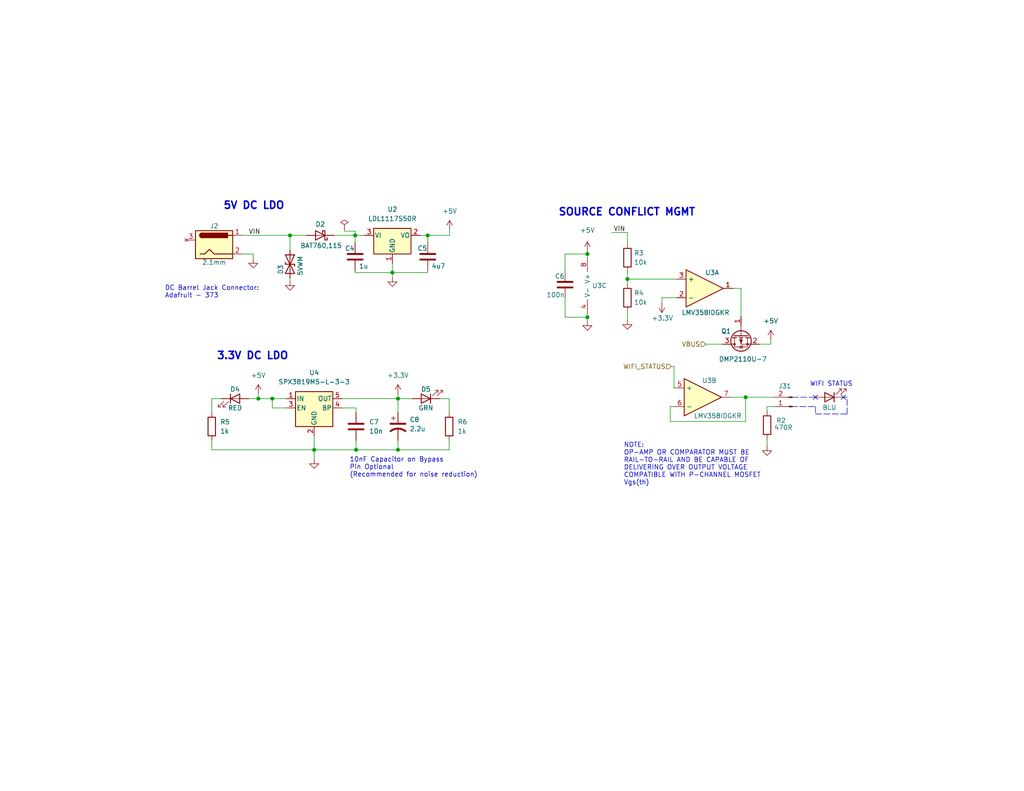
<source format=kicad_sch>
(kicad_sch (version 20211123) (generator eeschema)
  (paper "USLetter")
  (title_block (title "Power Supply - 5V and 3V3 LDOs") (date "2022-11-09") (rev "1.1"))
  (lib_symbols
    (symbol "Connector:Conn_01x02_Male" (pin_names (offset 1.016) hide)
      (property "Reference" "J" (at 0 2.54 0))
      (property "Value" "Conn_01x02_Male" (at 0 -5.08 0))
      (symbol "Conn_01x02_Male_1_1"
        (polyline (pts (xy 1.27 -2.54) (xy 0.8636 -2.54)) (stroke (width 0.1524)))
        (polyline (pts (xy 1.27 0) (xy 0.8636 0)) (stroke (width 0.1524)))
        (rectangle (start 0.8636 -2.413) (end 0 -2.667) (stroke (width 0.1524)) (fill (type outline)))
        (rectangle (start 0.8636 0.127) (end 0 -0.127) (stroke (width 0.1524)) (fill (type outline)))
        (pin passive line (at 5.08 0 180) (length 3.81) (name "Pin_1") (number "1"))
        (pin passive line (at 5.08 -2.54 180) (length 3.81) (name "Pin_2") (number "2"))
      )
    )
    (symbol "Connector:Jack-DC" (pin_names (offset 1.016))
      (property "Reference" "J2" (at 0 5.08 0))
      (property "Value" "2.1mm" (at 0 -4.826 0))
      (symbol "Jack-DC_0_1"
        (rectangle (start -5.08 3.81) (end 5.08 -3.81) (stroke (width 0.254)) (fill (type background)))
        (arc (start -3.302 3.175) (mid -3.937 2.54) (end -3.302 1.905) (stroke (width 0.254)))
        (arc (start -3.302 3.175) (mid -3.937 2.54) (end -3.302 1.905) (stroke (width 0.254)) (fill (type outline)))
        (polyline (pts (xy 5.08 2.54) (xy 3.81 2.54)) (stroke (width 0.254)))
        (polyline (pts (xy -3.81 -2.54) (xy -2.54 -2.54) (xy -1.27 -1.27) (xy 0 -2.54) (xy 2.54 -2.54) (xy 5.08 -2.54)) (stroke (width 0.254)))
        (rectangle (start 3.683 3.175) (end -3.302 1.905) (stroke (width 0.254)) (fill (type outline)))
      )
      (symbol "Jack-DC_1_1"
        (pin passive line (at 7.62 2.54 180) (length 2.54) (name "~") (number "1"))
        (pin passive line (at 7.62 -2.54 180) (length 2.54) (name "~") (number "2"))
        (pin no_connect line (at -7.62 1.27 0) (length 2.54) (name "~") (number "3"))
      )
    )
    (symbol "Device:C" (pin_numbers hide) (pin_names (offset 0.254))
      (property "Reference" "C" (at 0.635 2.54 0))
      (property "Value" "C" (at 0.635 -2.54 0))
      (symbol "C_0_1"
        (polyline (pts (xy -2.032 -0.762) (xy 2.032 -0.762)) (stroke (width 0.508)))
        (polyline (pts (xy -2.032 0.762) (xy 2.032 0.762)) (stroke (width 0.508)))
      )
      (symbol "C_1_1"
        (pin passive line (at 0 3.81 270) (length 2.794) (name "~") (number "1"))
        (pin passive line (at 0 -3.81 90) (length 2.794) (name "~") (number "2"))
      )
    )
    (symbol "Device:C_Polarized_US" (pin_numbers hide) (pin_names (offset 0.254) hide)
      (property "Reference" "C" (at 0.635 2.54 0))
      (property "Value" "C_Polarized_US" (at 0.635 -2.54 0))
      (symbol "C_Polarized_US_0_1"
        (polyline (pts (xy -2.032 0.762) (xy 2.032 0.762)) (stroke (width 0.508)))
        (polyline (pts (xy -1.778 2.286) (xy -0.762 2.286)))
        (polyline (pts (xy -1.27 1.778) (xy -1.27 2.794)))
        (arc (start 2.032 -1.27) (mid 0 -0.5572) (end -2.032 -1.27) (stroke (width 0.508)))
      )
      (symbol "C_Polarized_US_1_1"
        (pin passive line (at 0 3.81 270) (length 2.794) (name "~") (number "1"))
        (pin passive line (at 0 -3.81 90) (length 3.302) (name "~") (number "2"))
      )
    )
    (symbol "Device:D_Schottky" (pin_numbers hide) (pin_names (offset 1.016) hide)
      (property "Reference" "D" (at 0 2.54 0))
      (property "Value" "D_Schottky" (at 0 -2.54 0))
      (symbol "D_Schottky_0_1"
        (polyline (pts (xy 1.27 0) (xy -1.27 0)))
        (polyline (pts (xy 1.27 1.27) (xy 1.27 -1.27) (xy -1.27 0) (xy 1.27 1.27)) (stroke (width 0.254)))
        (polyline (pts (xy -1.905 0.635) (xy -1.905 1.27) (xy -1.27 1.27) (xy -1.27 -1.27) (xy -0.635 -1.27) (xy -0.635 -0.635)) (stroke (width 0.254)))
      )
      (symbol "D_Schottky_1_1"
        (pin passive line (at -3.81 0 0) (length 2.54) (name "K") (number "1"))
        (pin passive line (at 3.81 0 180) (length 2.54) (name "A") (number "2"))
      )
    )
    (symbol "Device:D_TVS" (pin_numbers hide) (pin_names (offset 1.016) hide)
      (property "Reference" "D" (at 0 2.54 0))
      (property "Value" "D_TVS" (at 0 -2.54 0))
      (symbol "D_TVS_0_1"
        (polyline (pts (xy 1.27 0) (xy -1.27 0)))
        (polyline (pts (xy 0.508 1.27) (xy 0 1.27) (xy 0 -1.27) (xy -0.508 -1.27)) (stroke (width 0.254)))
        (polyline (pts (xy -2.54 1.27) (xy -2.54 -1.27) (xy 2.54 1.27) (xy 2.54 -1.27) (xy -2.54 1.27)) (stroke (width 0.254)))
      )
      (symbol "D_TVS_1_1"
        (pin passive line (at -3.81 0 0) (length 2.54) (name "A1") (number "1"))
        (pin passive line (at 3.81 0 180) (length 2.54) (name "A2") (number "2"))
      )
    )
    (symbol "Device:LED" (pin_numbers hide) (pin_names (offset 1.016) hide)
      (property "Reference" "D" (at 0 2.54 0))
      (property "Value" "LED" (at 0 -2.54 0))
      (symbol "LED_0_1"
        (polyline (pts (xy -1.27 -1.27) (xy -1.27 1.27)) (stroke (width 0.254)))
        (polyline (pts (xy -1.27 0) (xy 1.27 0)))
        (polyline (pts (xy 1.27 -1.27) (xy 1.27 1.27) (xy -1.27 0) (xy 1.27 -1.27)) (stroke (width 0.254)))
        (polyline (pts (xy -3.048 -0.762) (xy -4.572 -2.286) (xy -3.81 -2.286) (xy -4.572 -2.286) (xy -4.572 -1.524)))
        (polyline (pts (xy -1.778 -0.762) (xy -3.302 -2.286) (xy -2.54 -2.286) (xy -3.302 -2.286) (xy -3.302 -1.524)))
      )
      (symbol "LED_1_1"
        (pin passive line (at -3.81 0 0) (length 2.54) (name "K") (number "1"))
        (pin passive line (at 3.81 0 180) (length 2.54) (name "A") (number "2"))
      )
    )
    (symbol "Device:Opamp_Dual"
      (property "Reference" "U" (at 0 5.08 0))
      (property "Value" "Opamp_Dual" (at 0 -5.08 0))
      (symbol "Opamp_Dual_1_1"
        (polyline (pts (xy -5.08 5.08) (xy 5.08 0) (xy -5.08 -5.08) (xy -5.08 5.08)) (stroke (width 0.254)) (fill (type background)))
        (pin output line (at 7.62 0 180) (length 2.54) (name "~") (number "1"))
        (pin input line (at -7.62 -2.54 0) (length 2.54) (name "-") (number "2"))
        (pin input line (at -7.62 2.54 0) (length 2.54) (name "+") (number "3"))
      )
      (symbol "Opamp_Dual_2_1"
        (polyline (pts (xy -5.08 5.08) (xy 5.08 0) (xy -5.08 -5.08) (xy -5.08 5.08)) (stroke (width 0.254)) (fill (type background)))
        (pin input line (at -7.62 2.54 0) (length 2.54) (name "+") (number "5"))
        (pin input line (at -7.62 -2.54 0) (length 2.54) (name "-") (number "6"))
        (pin output line (at 7.62 0 180) (length 2.54) (name "~") (number "7"))
      )
      (symbol "Opamp_Dual_3_1"
        (pin power_in line (at -2.54 -7.62 90) (length 3.81) (name "V-") (number "4"))
        (pin power_in line (at -2.54 7.62 270) (length 3.81) (name "V+") (number "8"))
      )
    )
    (symbol "Device:Q_PMOS_GSD" (pin_names (offset 0) hide)
      (property "Reference" "Q" (at 5.08 1.27 0))
      (property "Value" "Q_PMOS_GSD" (at 5.08 -1.27 0))
      (symbol "Q_PMOS_GSD_0_1"
        (polyline (pts (xy 0.254 0) (xy -2.54 0)))
        (polyline (pts (xy 0.254 1.905) (xy 0.254 -1.905)) (stroke (width 0.254)))
        (polyline (pts (xy 0.762 -1.27) (xy 0.762 -2.286)) (stroke (width 0.254)))
        (polyline (pts (xy 0.762 0.508) (xy 0.762 -0.508)) (stroke (width 0.254)))
        (polyline (pts (xy 0.762 2.286) (xy 0.762 1.27)) (stroke (width 0.254)))
        (polyline (pts (xy 2.54 2.54) (xy 2.54 1.778)))
        (polyline (pts (xy 2.54 -2.54) (xy 2.54 0) (xy 0.762 0)))
        (polyline (pts (xy 0.762 1.778) (xy 3.302 1.778) (xy 3.302 -1.778) (xy 0.762 -1.778)))
        (polyline (pts (xy 2.286 0) (xy 1.27 0.381) (xy 1.27 -0.381) (xy 2.286 0)) (fill (type outline)))
        (polyline (pts (xy 2.794 -0.508) (xy 2.921 -0.381) (xy 3.683 -0.381) (xy 3.81 -0.254)))
        (polyline (pts (xy 3.302 -0.381) (xy 2.921 0.254) (xy 3.683 0.254) (xy 3.302 -0.381)))
        (circle (center 1.651 0) (radius 2.794) (stroke (width 0.254)))
        (circle (center 2.54 -1.778) (radius 0.254) (fill (type outline)))
        (circle (center 2.54 1.778) (radius 0.254) (fill (type outline)))
      )
      (symbol "Q_PMOS_GSD_1_1"
        (pin input line (at -5.08 0 0) (length 2.54) (name "G") (number "1"))
        (pin passive line (at 2.54 -5.08 90) (length 2.54) (name "S") (number "2"))
        (pin passive line (at 2.54 5.08 270) (length 2.54) (name "D") (number "3"))
      )
    )
    (symbol "Device:R" (pin_numbers hide) (pin_names (offset 0))
      (property "Reference" "R" (at 2.032 0 90))
      (property "Value" "R" (at 0 0 90))
      (symbol "R_0_1"
        (rectangle (start -1.016 -2.54) (end 1.016 2.54) (stroke (width 0.254)))
      )
      (symbol "R_1_1"
        (pin passive line (at 0 3.81 270) (length 1.27) (name "~") (number "1"))
        (pin passive line (at 0 -3.81 90) (length 1.27) (name "~") (number "2"))
      )
    )
    (symbol "Regulator_Linear:LT1129-3.3_SOT223" (pin_names (offset 0.254))
      (property "Reference" "U2" (at 0 7.112 0))
      (property "Value" "LDL1117S50R" (at 0 4.572 0))
      (symbol "LT1129-3.3_SOT223_0_1"
        (rectangle (start -5.08 -5.08) (end 5.08 1.905) (stroke (width 0.254)) (fill (type background)))
      )
      (symbol "LT1129-3.3_SOT223_1_1"
        (pin power_in line (at 0 -7.62 90) (length 2.54) (name "GND") (number "1"))
        (pin power_out line (at 7.62 0 180) (length 2.54) (name "VO") (number "2"))
        (pin power_in line (at -7.62 0 0) (length 2.54) (name "VI") (number "3"))
      )
    )
    (symbol "Regulator_Linear:SPX3819M5-L-3-3" (pin_names (offset 0.254))
      (property "Reference" "U" (at -3.81 5.715 0))
      (property "Value" "SPX3819M5-L-3-3" (at 0 5.715 0))
      (symbol "SPX3819M5-L-3-3_0_1"
        (rectangle (start -5.08 4.445) (end 5.08 -5.08) (stroke (width 0.254)) (fill (type background)))
      )
      (symbol "SPX3819M5-L-3-3_1_1"
        (pin power_in line (at -7.62 2.54 0) (length 2.54) (name "IN") (number "1"))
        (pin power_in line (at 0 -7.62 90) (length 2.54) (name "GND") (number "2"))
        (pin input line (at -7.62 0 0) (length 2.54) (name "EN") (number "3"))
        (pin input line (at 7.62 0 180) (length 2.54) (name "BP") (number "4"))
        (pin power_out line (at 7.62 2.54 180) (length 2.54) (name "OUT") (number "5"))
      )
    )
    (symbol "power:+3.3V" (power) (pin_names (offset 0))
      (property "Value" "+3.3V" (at 0 3.556 0))
      (symbol "+3.3V_0_1"
        (polyline (pts (xy -0.762 1.27) (xy 0 2.54)))
        (polyline (pts (xy 0 0) (xy 0 2.54)))
        (polyline (pts (xy 0 2.54) (xy 0.762 1.27)))
      )
      (symbol "+3.3V_1_1"
        (pin power_in line (at 0 0 90) (length 0) hide (name "+3.3V") (number "1"))
      )
    )
    (symbol "power:+5V" (power) (pin_names (offset 0))
      (property "Value" "+5V" (at 0 3.556 0))
      (symbol "+5V_0_1"
        (polyline (pts (xy -0.762 1.27) (xy 0 2.54)))
        (polyline (pts (xy 0 0) (xy 0 2.54)))
        (polyline (pts (xy 0 2.54) (xy 0.762 1.27)))
      )
      (symbol "+5V_1_1"
        (pin power_in line (at 0 0 90) (length 0) hide (name "+5V") (number "1"))
      )
    )
    (symbol "power:GND" (power) (pin_names (offset 0))
      (property "Value" "GND" (at 0 -3.81 0))
      (symbol "GND_0_1"
        (polyline (pts (xy 0 0) (xy 0 -1.27) (xy 1.27 -1.27) (xy 0 -2.54) (xy -1.27 -1.27) (xy 0 -1.27)))
      )
      (symbol "GND_1_1"
        (pin power_in line (at 0 0 270) (length 0) hide (name "GND") (number "1"))
      )
    )
    (symbol "power:PWR_FLAG" (power) (pin_numbers hide) (pin_names (offset 0) hide)
      (property "Value" "PWR_FLAG" (at 0 3.81 0))
      (symbol "PWR_FLAG_0_0"
        (pin power_out line (at 0 0 90) (length 0) (name "pwr") (number "1"))
      )
      (symbol "PWR_FLAG_0_1"
        (polyline (pts (xy 0 0) (xy 0 1.27) (xy -1.016 1.905) (xy 0 2.54) (xy 1.016 1.905) (xy 0 1.27)))
      )
    )
  )
  (junction (at 108.585 122.809))
  (junction (at 74.295 108.839))
  (junction (at 96.901 64.262))
  (junction (at 108.585 108.839))
  (junction (at 171.196 76.2))
  (junction (at 97.155 122.809))
  (junction (at 160.274 69.342))
  (junction (at 79.121 64.262))
  (junction (at 107.061 74.422))
  (junction (at 203.454 108.458))
  (junction (at 70.485 108.839))
  (junction (at 85.725 122.809))
  (junction (at 116.713 64.262))
  (junction (at 160.274 86.614))
  (no_connect (at 230.124 108.458))
  (no_connect (at 222.504 108.458))
  (wire (pts (xy 108.585 107.569) (xy 108.585 108.839)))
  (wire (pts (xy 108.585 108.839) (xy 108.585 112.649)))
  (wire (pts (xy 78.105 111.379) (xy 74.295 111.379)))
  (wire (pts (xy 160.274 86.614) (xy 160.274 87.63)))
  (wire (pts (xy 97.155 122.809) (xy 85.725 122.809)))
  (wire (pts (xy 171.196 63.5) (xy 171.196 66.548)))
  (wire (pts (xy 160.274 68.58) (xy 160.274 69.342)))
  (wire (pts (xy 70.485 107.569) (xy 70.485 108.839)))
  (wire (pts (xy 85.725 122.809) (xy 85.725 125.349)))
  (wire (pts (xy 69.088 69.342) (xy 69.088 70.612)))
  (wire (pts (xy 85.725 118.999) (xy 85.725 122.809)))
  (wire (pts (xy 79.121 64.262) (xy 79.121 68.326)))
  (wire (pts (xy 97.155 120.269) (xy 97.155 122.809)))
  (wire (pts (xy 154.178 73.914) (xy 154.178 69.342)))
  (wire (pts (xy 210.312 93.98) (xy 210.312 92.71)))
  (wire (pts (xy 96.901 64.262) (xy 99.441 64.262)))
  (wire (pts (xy 96.901 74.422) (xy 107.061 74.422)))
  (wire (pts (xy 166.878 63.5) (xy 171.196 63.5)))
  (wire (pts (xy 171.196 76.2) (xy 184.658 76.2)))
  (wire (pts (xy 209.296 119.888) (xy 209.296 121.793)))
  (wire (pts (xy 93.98 63.119) (xy 96.901 63.119)))
  (wire (pts (xy 199.898 78.74) (xy 202.184 78.74)))
  (wire (pts (xy 182.88 115.062) (xy 203.454 115.062)))
  (wire (pts (xy 79.121 75.946) (xy 79.121 76.708)))
  (wire (pts (xy 74.295 108.839) (xy 78.105 108.839)))
  (wire (pts (xy 122.555 120.269) (xy 122.555 122.809)))
  (wire (pts (xy 57.785 108.839) (xy 60.325 108.839)))
  (wire (pts (xy 171.196 74.168) (xy 171.196 76.2)))
  (wire (pts (xy 116.713 64.262) (xy 116.713 66.294)))
  (wire (pts (xy 199.39 108.458) (xy 203.454 108.458)))
  (wire (pts (xy 207.264 93.98) (xy 210.312 93.98)))
  (wire (pts (xy 96.901 73.914) (xy 96.901 74.422)))
  (wire (pts (xy 171.196 85.09) (xy 171.196 87.376)))
  (wire (pts (xy 154.178 86.614) (xy 160.274 86.614)))
  (wire (pts (xy 108.585 122.809) (xy 122.555 122.809)))
  (wire (pts (xy 154.178 81.534) (xy 154.178 86.614)))
  (wire (pts (xy 192.532 93.98) (xy 197.104 93.98)))
  (wire (pts (xy 97.155 111.379) (xy 97.155 112.649)))
  (wire (pts (xy 180.594 81.28) (xy 184.658 81.28)))
  (wire (pts (xy 57.785 120.269) (xy 57.785 122.809)))
  (polyline (pts (xy 231.14 113.03) (xy 231.14 108.458)))
  (wire (pts (xy 184.15 105.918) (xy 183.896 105.918)))
  (wire (pts (xy 182.88 110.998) (xy 184.15 110.998)))
  (wire (pts (xy 116.713 64.262) (xy 122.682 64.262)))
  (wire (pts (xy 67.945 108.839) (xy 70.485 108.839)))
  (wire (pts (xy 122.555 108.839) (xy 122.555 112.649)))
  (wire (pts (xy 96.901 64.262) (xy 96.901 66.294)))
  (wire (pts (xy 108.585 122.809) (xy 97.155 122.809)))
  (wire (pts (xy 93.345 108.839) (xy 108.585 108.839)))
  (wire (pts (xy 83.566 64.262) (xy 79.121 64.262)))
  (wire (pts (xy 108.585 108.839) (xy 112.395 108.839)))
  (polyline (pts (xy 230.124 108.458) (xy 231.14 108.458)))
  (wire (pts (xy 209.296 110.998) (xy 209.296 112.268)))
  (wire (pts (xy 180.594 82.804) (xy 180.594 81.28)))
  (wire (pts (xy 93.345 111.379) (xy 97.155 111.379)))
  (wire (pts (xy 107.061 71.882) (xy 107.061 74.422)))
  (wire (pts (xy 211.074 110.998) (xy 209.296 110.998)))
  (wire (pts (xy 114.681 64.262) (xy 116.713 64.262)))
  (polyline (pts (xy 215.9 110.998) (xy 222.504 110.998)))
  (wire (pts (xy 160.274 69.342) (xy 160.274 70.358)))
  (polyline (pts (xy 222.504 110.998) (xy 222.504 113.03)))
  (wire (pts (xy 107.061 74.422) (xy 107.061 75.692)))
  (wire (pts (xy 203.454 115.062) (xy 203.454 108.458)))
  (wire (pts (xy 108.585 120.269) (xy 108.585 122.809)))
  (wire (pts (xy 66.04 69.342) (xy 69.088 69.342)))
  (wire (pts (xy 57.785 112.649) (xy 57.785 108.839)))
  (wire (pts (xy 93.98 62.611) (xy 93.98 63.119)))
  (wire (pts (xy 91.186 64.262) (xy 96.901 64.262)))
  (wire (pts (xy 66.04 64.262) (xy 79.121 64.262)))
  (wire (pts (xy 107.061 74.422) (xy 116.713 74.422)))
  (wire (pts (xy 120.015 108.839) (xy 122.555 108.839)))
  (wire (pts (xy 116.713 74.422) (xy 116.713 73.914)))
  (wire (pts (xy 74.295 111.379) (xy 74.295 108.839)))
  (wire (pts (xy 57.785 122.809) (xy 85.725 122.809)))
  (wire (pts (xy 203.454 108.458) (xy 211.074 108.458)))
  (wire (pts (xy 183.896 105.918) (xy 183.896 100.076)))
  (wire (pts (xy 96.901 63.119) (xy 96.901 64.262)))
  (wire (pts (xy 154.178 69.342) (xy 160.274 69.342)))
  (wire (pts (xy 182.88 110.998) (xy 182.88 115.062)))
  (wire (pts (xy 70.485 108.839) (xy 74.295 108.839)))
  (wire (pts (xy 171.196 76.2) (xy 171.196 77.47)))
  (wire (pts (xy 160.274 85.598) (xy 160.274 86.614)))
  (wire (pts (xy 183.896 100.076) (xy 183.134 100.076)))
  (wire (pts (xy 202.184 78.74) (xy 202.184 86.36)))
  (polyline (pts (xy 216.154 108.458) (xy 222.504 108.458)))
  (wire (pts (xy 122.682 64.262) (xy 122.682 62.738)))
  (polyline (pts (xy 222.504 113.03) (xy 231.14 113.03)))
  (text "DC Barrel Jack Connector:\nAdafruit - 373" (at 44.958 81.534 0) (effects (font (size 1.27 1.27)) (justify left bottom)))
  (text "3.3V DC LDO" (at 59.055 98.425 0) (effects (font (size 2 2) (thickness 0.4) bold) (justify left bottom)))
  (text "5V DC LDO" (at 60.833 57.404 0) (effects (font (size 2 2) (thickness 0.4) bold) (justify left bottom)))
  (text "SOURCE CONFLICT MGMT" (at 152.273 59.182 0) (effects (font (size 2 2) (thickness 0.4) bold) (justify left bottom)))
  (text "WIFI STATUS" (at 220.98 105.664 0) (effects (font (size 1.27 1.27)) (justify left bottom)))
  (text "10nF Capacitor on Bypass \nPin Optional\n(Recommended for noise reduction)\n" (at 95.377 130.429 0) (effects (font (size 1.27 1.27)) (justify left bottom)))
  (text "NOTE:\nOP-AMP OR COMPARATOR MUST BE\nRAIL-TO-RAIL AND BE CAPABLE OF\nDELIVERING OVER OUTPUT VOLTAGE \nCOMPATIBLE WITH P-CHANNEL MOSFET\nVgs(th) " (at 170.18 132.588 0) (effects (font (size 1.27 1.27)) (justify left bottom)))
  (label "VIN" (at 67.818 64.262 0))
  (label "VIN" (at 167.386 63.5 0))
  (hierarchical_label "VBUS" (shape input) (at 192.532 93.98 180))
  (hierarchical_label "WIFI_STATUS" (shape input) (at 183.134 100.076 180))
  (symbol (lib_id "Device:R") (at 171.196 81.28 0) (unit 1)
    (property "Reference" "R4" (at 172.974 80.0099 0) (effects (justify left)))
    (property "Value" "10k" (at 172.974 82.5499 0) (effects (justify left)))
    (property "Footprint" "Resistor_SMD:R_0603_1608Metric" (effects hide))
  )
  (symbol (lib_id "Device:C") (at 96.901 70.104 0) (unit 1)
    (property "Reference" "C4" (at 94.107 67.818 0) (effects (justify left)))
    (property "Value" "1u" (at 97.917 72.644 0) (effects (justify left)))
    (property "Footprint" "Capacitor_SMD:C_0805_2012Metric" (effects hide))
  )
  (symbol (lib_id "Device:R") (at 57.785 116.459 0) (unit 1)
    (property "Reference" "R5" (at 60.071 115.1889 0) (effects (justify left)))
    (property "Value" "1k" (at 60.071 117.7289 0) (effects (justify left)))
    (property "Footprint" "Resistor_SMD:R_0603_1608Metric" (effects hide))
  )
  (symbol (lib_id "Device:R") (at 171.196 70.358 0) (unit 1)
    (property "Reference" "R3" (at 172.974 69.0879 0) (effects (justify left)))
    (property "Value" "10k" (at 172.974 71.6279 0) (effects (justify left)))
    (property "Footprint" "Resistor_SMD:R_0603_1608Metric" (effects hide))
  )
  (symbol (lib_id "power:GND") (at 160.274 87.63 0) (unit 1)
    (property "Reference" "#PWR0120" (effects hide))
    (property "Value" "GND" (effects hide))
  )
  (symbol (lib_id "Device:C") (at 97.155 116.459 0) (unit 1)
    (property "Reference" "C7" (at 100.711 115.1889 0) (effects (justify left)))
    (property "Value" "10n" (at 100.711 117.7289 0) (effects (justify left)))
    (property "Footprint" "Capacitor_SMD:C_0603_1608Metric" (effects hide))
  )
  (symbol (lib_id "power:GND") (at 69.088 70.612 0) (unit 1)
    (property "Reference" "#PWR0119" (effects hide))
    (property "Value" "GND" (effects hide))
  )
  (symbol (lib_id "Connector:Conn_01x02_Male") (at 216.154 110.998 180) (unit 1)
    (property "Reference" "J31" (at 212.344 105.41 0) (effects (justify right)))
    (property "Value" "Conn_01x02_Male" (effects hide))
    (property "Footprint" "Connector_JST:JST_PH_B2B-PH-K_1x02_P2.00mm_Vertical" (effects hide))
  )
  (symbol (lib_id "Device:LED") (at 116.205 108.839 180) (unit 1)
    (property "Reference" "D5" (at 116.205 106.299 0))
    (property "Value" "GRN" (at 116.205 111.379 0))
    (property "Footprint" "LED_SMD:LED_0805_2012Metric" (effects hide))
  )
  (symbol (lib_id "power:PWR_FLAG") (at 93.98 62.611 0) (unit 1)
    (property "Reference" "#FLG0101" (effects hide))
    (property "Value" "PWR_FLAG" (effects hide))
  )
  (symbol (lib_id "Device:Q_PMOS_GSD") (at 202.184 91.44 90) (mirror x) (unit 1)
    (property "Reference" "Q1" (at 198.12 90.424 90))
    (property "Value" "DMP2110U-7" (at 202.692 98.044 90))
    (property "Footprint" "Package_TO_SOT_SMD:SOT-23" (effects hide))
    (property "MFG" "Diodes Inc" (effects hide))
    (property "P/N" "DMP2110U-7" (effects hide))
  )
  (symbol (lib_id "power:+5V") (at 122.682 62.738 0) (unit 1)
    (property "Reference" "#PWR0109" (effects hide))
    (property "Value" "+5V" (at 122.682 57.658 0))
  )
  (symbol (lib_id "Device:C") (at 154.178 77.724 0) (unit 1)
    (property "Reference" "C6" (at 151.384 75.438 0) (effects (justify left)))
    (property "Value" "100n" (at 149.098 80.518 0) (effects (justify left)))
    (property "Footprint" "Capacitor_SMD:C_0603_1608Metric" (effects hide))
  )
  (symbol (lib_id "Device:C_Polarized_US") (at 108.585 116.459 0) (unit 1)
    (property "Reference" "C8" (at 111.76 114.5539 0) (effects (justify left)))
    (property "Value" "2.2u" (at 111.76 117.0939 0) (effects (justify left)))
    (property "Footprint" "Capacitor_SMD:C_0805_2012Metric" (effects hide))
  )
  (symbol (lib_id "power:GND") (at 209.296 121.793 0) (unit 1)
    (property "Reference" "#PWR0124" (effects hide))
    (property "Value" "GND" (effects hide))
  )
  (symbol (lib_id "Device:R") (at 122.555 116.459 0) (unit 1)
    (property "Reference" "R6" (at 124.841 115.1889 0) (effects (justify left)))
    (property "Value" "1k" (at 124.841 117.7289 0) (effects (justify left)))
    (property "Footprint" "Resistor_SMD:R_0603_1608Metric" (effects hide))
  )
  (symbol (lib_id "Connector:Jack-DC") (at 58.42 66.802 0) (unit 1)
    (property "Reference" "J2" (at 58.42 61.722 0))
    (property "Value" "2.1mm" (at 58.42 71.628 0))
    (property "Footprint" "Connector_BarrelJack:BarrelJack_CUI_PJ-102AH_Horizontal" (effects hide))
    (property "MFG" "Adafruit" (effects hide))
    (property "P/N" "373" (effects hide))
  )
  (symbol (lib_id "Device:LED") (at 64.135 108.839 0) (unit 1)
    (property "Reference" "D4" (at 64.135 106.299 0))
    (property "Value" "RED" (at 64.135 111.379 0))
    (property "Footprint" "LED_SMD:LED_0805_2012Metric" (effects hide))
  )
  (symbol (lib_id "Device:Opamp_Dual") (at 191.77 108.458 0) (unit 2)
    (property "Reference" "U3" (at 193.548 103.886 0))
    (property "Value" "LMV358IDGKR" (at 195.834 113.538 0))
    (property "Footprint" "Package_SO:VSSOP-8_3.0x3.0mm_P0.65mm" (effects hide))
    (property "MFG" "Texas Instruments" (effects hide))
    (property "P/N" "LVM358IDGKR" (effects hide))
  )
  (symbol (lib_id "Regulator_Linear:LT1129-3.3_SOT223") (at 107.061 64.262 0) (unit 1)
    (property "Reference" "U2" (at 107.061 57.15 0))
    (property "Value" "LDL1117S50R" (at 107.061 59.69 0))
    (property "Footprint" "Package_TO_SOT_SMD:SOT-223-3_TabPin2" (effects hide))
    (property "Datasheet" "https://www.analog.com/media/en/technical-documentation/data-sheets/112935ff.pdf" (effects hide))
    (property "MFG" "STM" (effects hide))
    (property "P/N" "LDL1117S50R" (effects hide))
  )
  (symbol (lib_id "power:+5V") (at 160.274 68.58 0) (unit 1)
    (property "Reference" "#PWR0118" (effects hide))
    (property "Value" "+5V" (at 160.274 62.865 0))
  )
  (symbol (lib_id "power:GND") (at 107.061 75.692 0) (unit 1)
    (property "Reference" "#PWR0105" (effects hide))
    (property "Value" "GND" (effects hide))
  )
  (symbol (lib_id "power:GND") (at 79.121 76.708 0) (unit 1)
    (property "Reference" "#PWR0104" (effects hide))
    (property "Value" "GND" (effects hide))
  )
  (symbol (lib_id "power:GND") (at 85.725 125.349 0) (unit 1)
    (property "Reference" "#PWR0101" (effects hide))
    (property "Value" "GND" (effects hide))
  )
  (symbol (lib_id "Device:LED") (at 226.314 108.458 180) (unit 1) (on_board no)
    (property "Reference" "D1" (effects hide))
    (property "Value" "BLU" (at 226.314 111.252 0))
    (property "Footprint" "LED_THT:LED_D5.0mm" (effects hide))
  )
  (symbol (lib_id "Regulator_Linear:SPX3819M5-L-3-3") (at 85.725 111.379 0) (unit 1)
    (property "Reference" "U4" (at 85.725 101.727 0))
    (property "Value" "SPX3819M5-L-3-3" (at 85.725 104.267 0))
    (property "Footprint" "Package_TO_SOT_SMD:SOT-23-5" (effects hide))
    (property "Datasheet" "https://www.exar.com/content/document.ashx?id=22106&languageid=1033&type=Datasheet&partnumber=SPX3819&filename=SPX3819.pdf&part=SPX3819" (effects hide))
    (property "MFG" "MaxLinear" (effects hide))
    (property "P/N" "SPX3819M5-L-3-3/TR" (effects hide))
  )
  (symbol (lib_id "Device:D_TVS") (at 79.121 72.136 270) (unit 1)
    (property "Reference" "D3" (at 76.581 72.263 0) (effects (justify left)))
    (property "Value" "5VWM" (at 81.915 69.85 0) (effects (justify left)))
    (property "Footprint" "Diode_SMD:D_0402_1005Metric" (effects hide))
    (property "MFG" "Kyocera AVX" (effects hide))
    (property "P/N" "GG0402050R3C2P" (effects hide))
  )
  (symbol (lib_id "power:+3.3V") (at 180.594 82.804 180) (unit 1)
    (property "Reference" "#PWR0125" (effects hide))
    (property "Value" "+3.3V" (at 177.8 86.868 0) (effects (justify right)))
  )
  (symbol (lib_id "power:+5V") (at 70.485 107.569 0) (unit 1)
    (property "Reference" "#PWR0102" (effects hide))
    (property "Value" "+5V" (at 70.485 102.489 0))
  )
  (symbol (lib_id "Device:Opamp_Dual") (at 162.814 77.978 0) (unit 3)
    (property "Reference" "U3" (at 161.544 77.9779 0) (effects (justify left)))
    (property "Value" "LMV358IDGKR" (effects hide))
    (property "Footprint" "Package_SO:VSSOP-8_3.0x3.0mm_P0.65mm" (effects hide))
    (property "MFG" "Texas Instruments" (effects hide))
    (property "P/N" "LVM358IDGKR" (effects hide))
  )
  (symbol (lib_id "power:GND") (at 171.196 87.376 0) (unit 1)
    (property "Reference" "#PWR0121" (effects hide))
    (property "Value" "GND" (effects hide))
  )
  (symbol (lib_id "Device:R") (at 209.296 116.078 0) (unit 1)
    (property "Reference" "R2" (at 213.106 114.808 0))
    (property "Value" "470R" (at 213.741 116.713 0))
    (property "Footprint" "Resistor_SMD:R_0603_1608Metric" (effects hide))
  )
  (symbol (lib_id "power:+5V") (at 210.312 92.71 0) (unit 1)
    (property "Reference" "#PWR0126" (effects hide))
    (property "Value" "+5V" (at 210.312 87.63 0))
  )
  (symbol (lib_id "Device:D_Schottky") (at 87.376 64.262 180) (unit 1)
    (property "Reference" "D2" (at 87.376 61.214 0))
    (property "Value" "BAT760,115" (at 87.63 67.056 0))
    (property "Footprint" "Diode_SMD:D_SOD-323" (effects hide))
    (property "MFG" "Nexperia" (effects hide))
    (property "P/N" "BAT760,115" (effects hide))
  )
  (symbol (lib_id "Device:C") (at 116.713 70.104 0) (unit 1)
    (property "Reference" "C5" (at 113.919 67.818 0) (effects (justify left)))
    (property "Value" "4u7" (at 117.729 72.644 0) (effects (justify left)))
    (property "Footprint" "Capacitor_SMD:C_0805_2012Metric" (effects hide))
  )
  (symbol (lib_id "power:+3.3V") (at 108.585 107.569 0) (unit 1)
    (property "Reference" "#PWR0103" (effects hide))
    (property "Value" "+3.3V" (at 108.585 102.489 0))
  )
  (symbol (lib_id "Device:Opamp_Dual") (at 192.278 78.74 0) (unit 1)
    (property "Reference" "U3" (at 194.31 74.422 0))
    (property "Value" "LMV358IDGKR" (at 192.532 85.344 0))
    (property "Footprint" "Package_SO:VSSOP-8_3.0x3.0mm_P0.65mm" (effects hide))
    (property "MFG" "Texas Instruments" (effects hide))
    (property "P/N" "LVM358IDGKR" (effects hide))
  )
)
</source>
